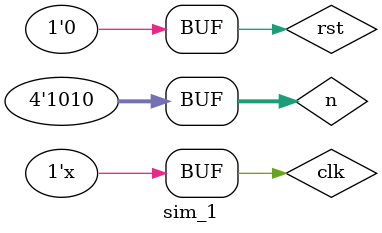
<source format=v>
`timescale 1ns / 1ps

module sim_1(

    );
    reg clk = 0;
    always #10
        clk = ~clk;
        reg rst = 1'b1;
        reg [3:0] n = 4'b1010;
        wire [7:0] result;
        top t(clk, rst, n, result);
        initial
            #11 rst = 1'b0;
endmodule
</source>
